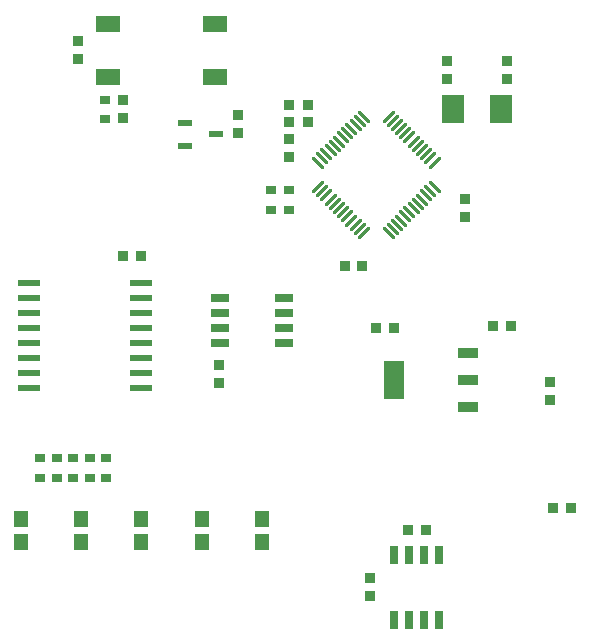
<source format=gtp>
G04*
G04 #@! TF.GenerationSoftware,Altium Limited,Altium Designer,22.4.2 (48)*
G04*
G04 Layer_Color=8421504*
%FSLAX25Y25*%
%MOIN*%
G70*
G04*
G04 #@! TF.SameCoordinates,D4827CC2-CCBD-4F76-BBD4-9D2AE6A5A8F2*
G04*
G04*
G04 #@! TF.FilePolarity,Positive*
G04*
G01*
G75*
%ADD21R,0.07480X0.09449*%
%ADD22R,0.07378X0.02197*%
%ADD23R,0.06004X0.02559*%
%ADD24R,0.02756X0.06102*%
%ADD25R,0.06890X0.12598*%
%ADD26R,0.06890X0.03740*%
G04:AMPARAMS|DCode=27|XSize=11.81mil|YSize=57.09mil|CornerRadius=0mil|HoleSize=0mil|Usage=FLASHONLY|Rotation=225.000|XOffset=0mil|YOffset=0mil|HoleType=Round|Shape=Round|*
%AMOVALD27*
21,1,0.04528,0.01181,0.00000,0.00000,315.0*
1,1,0.01181,-0.01601,0.01601*
1,1,0.01181,0.01601,-0.01601*
%
%ADD27OVALD27*%

G04:AMPARAMS|DCode=28|XSize=11.81mil|YSize=57.09mil|CornerRadius=0mil|HoleSize=0mil|Usage=FLASHONLY|Rotation=315.000|XOffset=0mil|YOffset=0mil|HoleType=Round|Shape=Round|*
%AMOVALD28*
21,1,0.04528,0.01181,0.00000,0.00000,45.0*
1,1,0.01181,-0.01601,-0.01601*
1,1,0.01181,0.01601,0.01601*
%
%ADD28OVALD28*%

%ADD29R,0.04528X0.02362*%
%ADD30R,0.08268X0.05512*%
%ADD31R,0.03347X0.02756*%
%ADD32R,0.04528X0.05315*%
%ADD33R,0.03740X0.03740*%
%ADD34R,0.03740X0.03740*%
D21*
X272071Y355500D02*
D03*
X255929D02*
D03*
D22*
X114722Y297500D02*
D03*
Y292500D02*
D03*
Y287500D02*
D03*
Y282500D02*
D03*
Y277500D02*
D03*
Y272500D02*
D03*
Y267500D02*
D03*
Y262500D02*
D03*
X152000D02*
D03*
Y267500D02*
D03*
Y272500D02*
D03*
Y277500D02*
D03*
Y282500D02*
D03*
Y287500D02*
D03*
Y297500D02*
D03*
Y292500D02*
D03*
D23*
X178323Y277500D02*
D03*
Y282500D02*
D03*
Y287500D02*
D03*
Y292500D02*
D03*
X199677D02*
D03*
Y287500D02*
D03*
Y282500D02*
D03*
Y277500D02*
D03*
D24*
X251500Y206728D02*
D03*
X246500D02*
D03*
X241500D02*
D03*
X236500D02*
D03*
Y185272D02*
D03*
X241500D02*
D03*
X246500D02*
D03*
X251500D02*
D03*
D25*
X236313Y265000D02*
D03*
D26*
X261116Y274055D02*
D03*
Y265000D02*
D03*
Y255945D02*
D03*
D27*
X249918Y329394D02*
D03*
X248526Y328002D02*
D03*
X247134Y326610D02*
D03*
X245742Y325218D02*
D03*
X244350Y323826D02*
D03*
X242958Y322434D02*
D03*
X241566Y321042D02*
D03*
X240174Y319650D02*
D03*
X238782Y318258D02*
D03*
X237390Y316866D02*
D03*
X235998Y315474D02*
D03*
X234606Y314082D02*
D03*
X211082Y337606D02*
D03*
X212474Y338998D02*
D03*
X213866Y340390D02*
D03*
X215258Y341782D02*
D03*
X216650Y343174D02*
D03*
X218042Y344566D02*
D03*
X219434Y345958D02*
D03*
X220826Y347350D02*
D03*
X222218Y348742D02*
D03*
X223610Y350134D02*
D03*
X225002Y351526D02*
D03*
X226394Y352918D02*
D03*
D28*
Y314082D02*
D03*
X225002Y315474D02*
D03*
X223610Y316866D02*
D03*
X222218Y318258D02*
D03*
X220826Y319650D02*
D03*
X219434Y321042D02*
D03*
X218042Y322434D02*
D03*
X216650Y323826D02*
D03*
X215258Y325218D02*
D03*
X213866Y326610D02*
D03*
X212474Y328002D02*
D03*
X211082Y329394D02*
D03*
X234606Y352918D02*
D03*
X235998Y351526D02*
D03*
X237390Y350134D02*
D03*
X238782Y348742D02*
D03*
X240174Y347350D02*
D03*
X241566Y345958D02*
D03*
X242958Y344566D02*
D03*
X244350Y343174D02*
D03*
X245742Y341782D02*
D03*
X247134Y340390D02*
D03*
X248526Y338998D02*
D03*
X249918Y337606D02*
D03*
D29*
X166882Y350740D02*
D03*
Y343260D02*
D03*
X177118Y347000D02*
D03*
D30*
X176913Y383858D02*
D03*
X141087D02*
D03*
X176913Y366142D02*
D03*
X141087D02*
D03*
D31*
X140425Y232524D02*
D03*
Y239020D02*
D03*
X134925Y232524D02*
D03*
Y239020D02*
D03*
X129425Y232524D02*
D03*
Y239020D02*
D03*
X201500Y321827D02*
D03*
Y328323D02*
D03*
X195500Y321827D02*
D03*
Y328323D02*
D03*
X140228Y358551D02*
D03*
Y352055D02*
D03*
X123925Y232524D02*
D03*
Y239020D02*
D03*
X118425Y232524D02*
D03*
Y239020D02*
D03*
D32*
X192465Y211251D02*
D03*
Y218731D02*
D03*
X172340Y211251D02*
D03*
Y218731D02*
D03*
X152215Y211251D02*
D03*
Y218731D02*
D03*
X132160Y218749D02*
D03*
Y211269D02*
D03*
X112035Y218749D02*
D03*
Y211269D02*
D03*
D33*
X151953Y306500D02*
D03*
X146047D02*
D03*
X241047Y215272D02*
D03*
X246953D02*
D03*
X275453Y283000D02*
D03*
X269547D02*
D03*
X236405Y282500D02*
D03*
X230500D02*
D03*
X295303Y222575D02*
D03*
X289398D02*
D03*
X225905Y303000D02*
D03*
X220000D02*
D03*
D34*
X178000Y264047D02*
D03*
Y269953D02*
D03*
X228500Y193047D02*
D03*
Y198953D02*
D03*
X288500Y264500D02*
D03*
Y258594D02*
D03*
X254059Y365547D02*
D03*
Y371453D02*
D03*
X273941Y365547D02*
D03*
Y371453D02*
D03*
X201500Y339500D02*
D03*
Y345406D02*
D03*
X260000Y325500D02*
D03*
Y319595D02*
D03*
X201500Y351000D02*
D03*
Y356906D02*
D03*
X207750Y351000D02*
D03*
Y356906D02*
D03*
X131000Y372047D02*
D03*
Y377953D02*
D03*
X146000Y352547D02*
D03*
Y358453D02*
D03*
X184500Y347547D02*
D03*
Y353453D02*
D03*
M02*

</source>
